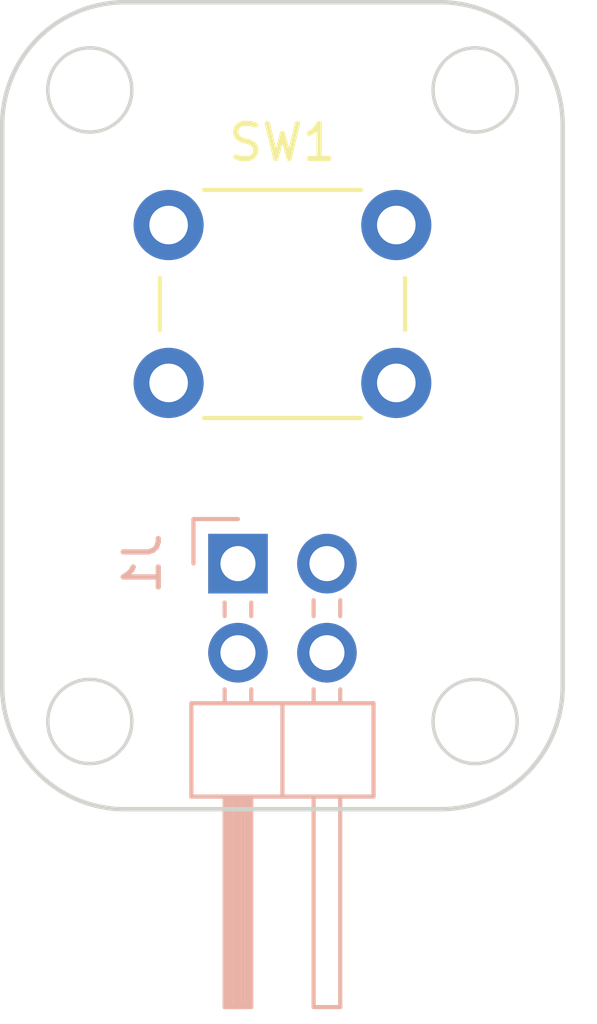
<source format=kicad_pcb>
(kicad_pcb (version 20211014) (generator pcbnew)
  (layers (0 "F.Cu" signal "Front") (31 "B.Cu" signal "Back") (34 "B.Paste" user) (35 "F.Paste" user) (36 "B.SilkS" user "B.Silkscreen") (37 "F.SilkS" user "F.Silkscreen") (38 "B.Mask" user) (39 "F.Mask" user) (44 "Edge.Cuts" user))
  (net 0 "")
  (net 1 "GNDD")
  (footprint "Button_Switch_THT:SW_PUSH_6mm_H8mm" (layer "F.Cu") (at 95.81 83.75)
    (fp_text reference "SW1" (at 3.25 -2.35) (layer "F.SilkS"))
    (fp_text value "SW_PUSH_6mm_H8mm")
    (fp_line (start 6.75 3) (end 6.75 1.5) (layer "F.SilkS") (width 0.12))
    (fp_line (start 5.5 -1) (end 1 -1) (layer "F.SilkS") (width 0.12))
    (fp_line (start -0.25 1.5) (end -0.25 3) (layer "F.SilkS") (width 0.12))
    (fp_line (start 1 5.5) (end 5.5 5.5) (layer "F.SilkS") (width 0.12))
    (pad "1" thru_hole circle (at 0 0 90) (size 2 2) (drill 1.1) (layers *.Cu *.Mask))
    (pad "1" thru_hole circle (at 6.5 0 90) (size 2 2) (drill 1.1) (layers *.Cu *.Mask))
    (pad "2" thru_hole circle (at 6.5 4.5 90) (size 2 2) (drill 1.1) (layers *.Cu *.Mask))
    (pad "2" thru_hole circle (at 0 4.5 90) (size 2 2) (drill 1.1) (layers *.Cu *.Mask))
  )
  (footprint "Connector_PinHeader_2.54mm:PinHeader_2x02_P2.54mm_Horizontal" (layer "B.Cu") (at 97.79 93.4 -90)
    (fp_text reference "J1" (at 0 2.73 90) (layer "B.SilkS") (effects (justify mirror)))
    (fp_text value "PinHeader_2x02_P2.54mm_Horizontal")
    (fp_line (start 12.64 -2.92) (end 6.64 -2.92) (layer "B.SilkS") (width 0.12))
    (fp_line (start 6.64 -0.16) (end 12.64 -0.16) (layer "B.SilkS") (width 0.12))
    (fp_line (start 6.64 1.33) (end 3.98 1.33) (layer "B.SilkS") (width 0.12))
    (fp_line (start 3.98 -1.27) (end 6.64 -1.27) (layer "B.SilkS") (width 0.12))
    (fp_line (start 6.64 -2.16) (end 12.64 -2.16) (layer "B.SilkS") (width 0.12))
    (fp_line (start 6.64 0.08) (end 12.64 0.08) (layer "B.SilkS") (width 0.12))
    (fp_line (start 6.64 0.38) (end 12.64 0.38) (layer "B.SilkS") (width 0.12))
    (fp_line (start 6.64 -3.87) (end 6.64 1.33) (layer "B.SilkS") (width 0.12))
    (fp_line (start 12.64 -2.16) (end 12.64 -2.92) (layer "B.SilkS") (width 0.12))
    (fp_line (start 3.98 1.33) (end 3.98 -3.87) (layer "B.SilkS") (width 0.12))
    (fp_line (start 1.11 0.38) (end 1.497071 0.38) (layer "B.SilkS") (width 0.12))
    (fp_line (start 3.582929 -2.16) (end 3.98 -2.16) (layer "B.SilkS") (width 0.12))
    (fp_line (start 6.64 -0.28) (end 12.64 -0.28) (layer "B.SilkS") (width 0.12))
    (fp_line (start 1.042929 -2.16) (end 1.497071 -2.16) (layer "B.SilkS") (width 0.12))
    (fp_line (start 12.64 0.38) (end 12.64 -0.38) (layer "B.SilkS") (width 0.12))
    (fp_line (start 1.11 -0.38) (end 1.497071 -0.38) (layer "B.SilkS") (width 0.12))
    (fp_line (start 1.042929 -2.92) (end 1.497071 -2.92) (layer "B.SilkS") (width 0.12))
    (fp_line (start 3.582929 -2.92) (end 3.98 -2.92) (layer "B.SilkS") (width 0.12))
    (fp_line (start 6.64 0.32) (end 12.64 0.32) (layer "B.SilkS") (width 0.12))
    (fp_line (start 6.64 0.2) (end 12.64 0.2) (layer "B.SilkS") (width 0.12))
    (fp_line (start 3.582929 0.38) (end 3.98 0.38) (layer "B.SilkS") (width 0.12))
    (fp_line (start 3.582929 -0.38) (end 3.98 -0.38) (layer "B.SilkS") (width 0.12))
    (fp_line (start 6.64 -0.04) (end 12.64 -0.04) (layer "B.SilkS") (width 0.12))
    (fp_line (start 12.64 -0.38) (end 6.64 -0.38) (layer "B.SilkS") (width 0.12))
    (fp_line (start -1.27 1.27) (end 0 1.27) (layer "B.SilkS") (width 0.12))
    (fp_line (start -1.27 0) (end -1.27 1.27) (layer "B.SilkS") (width 0.12))
    (fp_line (start 3.98 -3.87) (end 6.64 -3.87) (layer "B.SilkS") (width 0.12))
    (pad "1" thru_hole rect (at 0 0 270) (size 1.7 1.7) (drill 1) (layers *.Cu *.Mask))
    (pad "2" thru_hole oval (at 2.54 0 270) (size 1.7 1.7) (drill 1) (layers *.Cu *.Mask))
    (pad "3" thru_hole oval (at 0 -2.54 270) (size 1.7 1.7) (drill 1) (layers *.Cu *.Mask))
    (pad "4" thru_hole oval (at 2.54 -2.54 270) (size 1.7 1.7) (drill 1) (layers *.Cu *.Mask))
  )
  (gr_arc (start 103.56 77.4) (mid 106.034874 78.425126) (end 107.06 80.9) (layer "Edge.Cuts") (width 0.127))
  (gr_arc (start 107.06 96.9) (mid 106.034874 99.374874) (end 103.56 100.4) (layer "Edge.Cuts") (width 0.127))
  (gr_line (start 91.06 96.9) (end 91.06 80.9) (layer "Edge.Cuts") (width 0.127))
  (gr_line (start 107.06 80.9) (end 107.06 96.9) (layer "Edge.Cuts") (width 0.127))
  (gr_line (start 94.56 77.4) (end 103.56 77.4) (layer "Edge.Cuts") (width 0.127))
  (gr_circle (center 93.56 79.9) (end 94.76 79.9) (layer "Edge.Cuts") (width 0.1) (fill none))
  (gr_arc (start 91.06 80.9) (mid 92.085126 78.425126) (end 94.56 77.4) (layer "Edge.Cuts") (width 0.127))
  (gr_circle (center 104.56 97.9) (end 105.76 97.9) (layer "Edge.Cuts") (width 0.1) (fill none))
  (gr_line (start 103.56 100.4) (end 94.56 100.4) (layer "Edge.Cuts") (width 0.127))
  (gr_circle (center 104.56 79.9) (end 105.76 79.9) (layer "Edge.Cuts") (width 0.1) (fill none))
  (gr_arc (start 94.56 100.4) (mid 92.085126 99.374874) (end 91.06 96.9) (layer "Edge.Cuts") (width 0.127))
  (gr_circle (center 93.56 97.9) (end 94.76 97.9) (layer "Edge.Cuts") (width 0.1) (fill none))
)
</source>
